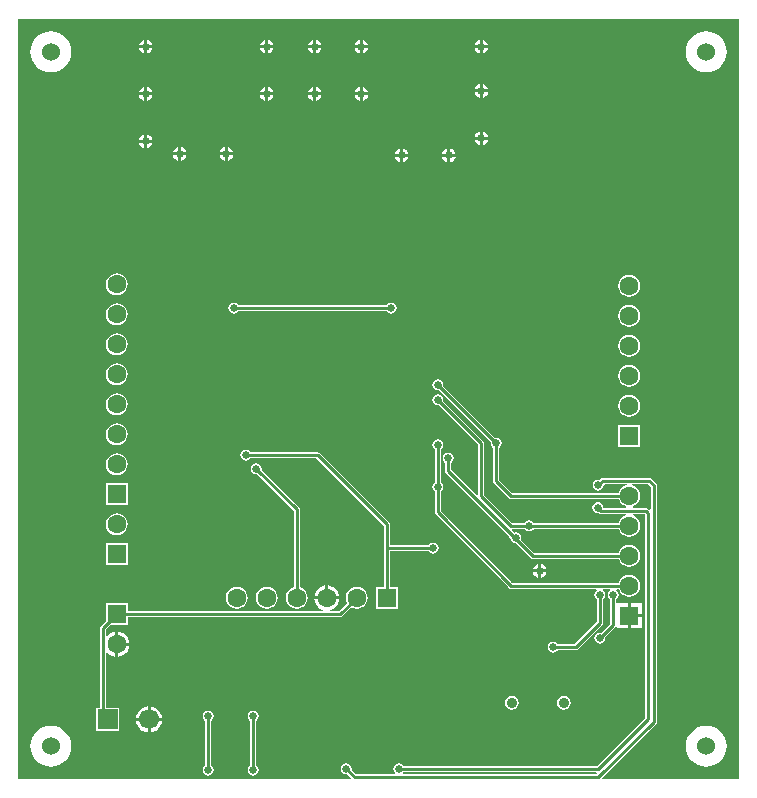
<source format=gbr>
%TF.GenerationSoftware,Altium Limited,Altium NEXUS,2.1.6 (59)*%
G04 Layer_Physical_Order=2*
G04 Layer_Color=16711680*
%FSLAX45Y45*%
%MOMM*%
%TF.FileFunction,Copper,L2,Bot,Signal*%
%TF.Part,Single*%
G01*
G75*
%TA.AperFunction,Conductor*%
%ADD11C,0.25400*%
%TA.AperFunction,ViaPad*%
%ADD26C,0.65000*%
%TA.AperFunction,WasherPad*%
%ADD27C,1.52400*%
%TA.AperFunction,ComponentPad*%
%ADD28C,0.90000*%
%ADD29R,1.60000X1.60000*%
%ADD30C,1.60000*%
%ADD31R,1.70000X1.70000*%
%ADD32C,1.70000*%
%ADD33R,1.60000X1.60000*%
G36*
X7924302Y5183573D02*
Y4993204D01*
X7911602Y4987943D01*
X7902833Y4996712D01*
X7894432Y5002326D01*
X7884521Y5004298D01*
X7775040D01*
X7772514Y5016998D01*
X7790450Y5024427D01*
X7809814Y5039286D01*
X7824673Y5058650D01*
X7834014Y5081200D01*
X7837200Y5105400D01*
X7834014Y5129600D01*
X7824673Y5152150D01*
X7809814Y5171514D01*
X7790450Y5186373D01*
X7767900Y5195714D01*
X7765866Y5195981D01*
X7766699Y5208681D01*
X7899194D01*
X7924302Y5183573D01*
D02*
G37*
G36*
X7471117Y2755402D02*
X7466431Y2749298D01*
X5835538D01*
X5828742Y2761998D01*
X5829448Y2763293D01*
X5834214Y2768102D01*
X7464912D01*
X7471117Y2755402D01*
D02*
G37*
G36*
X8671257Y9141157D02*
Y2707943D01*
X7519303D01*
X7514443Y2719676D01*
X7968512Y3173746D01*
X7974126Y3182148D01*
X7976098Y3192058D01*
Y5194300D01*
X7974126Y5204211D01*
X7968512Y5212612D01*
X7928233Y5252891D01*
X7919832Y5258505D01*
X7909921Y5260477D01*
X7520579D01*
X7510668Y5258505D01*
X7502267Y5252891D01*
X7488191Y5238816D01*
X7480300Y5240386D01*
X7462664Y5236878D01*
X7447713Y5226887D01*
X7437722Y5211936D01*
X7434214Y5194300D01*
X7437722Y5176664D01*
X7447713Y5161713D01*
X7462664Y5151722D01*
X7480300Y5148214D01*
X7497936Y5151722D01*
X7512887Y5161713D01*
X7522878Y5176664D01*
X7526386Y5194300D01*
X7525579Y5198354D01*
X7534591Y5208681D01*
X7720701D01*
X7721534Y5195981D01*
X7719500Y5195714D01*
X7696950Y5186373D01*
X7677586Y5171514D01*
X7662727Y5152150D01*
X7654090Y5131298D01*
X6754427D01*
X6642598Y5243127D01*
Y5512843D01*
X6649287Y5517313D01*
X6659278Y5532264D01*
X6662786Y5549900D01*
X6659278Y5567536D01*
X6649287Y5582487D01*
X6634336Y5592478D01*
X6616700Y5595986D01*
X6608809Y5594416D01*
X6165916Y6037309D01*
X6167486Y6045200D01*
X6163978Y6062836D01*
X6153987Y6077787D01*
X6139036Y6087778D01*
X6121400Y6091286D01*
X6103764Y6087778D01*
X6088813Y6077787D01*
X6078822Y6062836D01*
X6075314Y6045200D01*
X6078822Y6027564D01*
X6088813Y6012613D01*
X6103764Y6002622D01*
X6121400Y5999114D01*
X6129291Y6000684D01*
X6572184Y5557791D01*
X6570614Y5549900D01*
X6574122Y5532264D01*
X6584113Y5517313D01*
X6590802Y5512843D01*
Y5232400D01*
X6592774Y5222489D01*
X6598388Y5214088D01*
X6725388Y5087088D01*
X6733789Y5081474D01*
X6743700Y5079502D01*
X7654090D01*
X7662727Y5058650D01*
X7677586Y5039286D01*
X7696950Y5024427D01*
X7714886Y5016998D01*
X7712360Y5004298D01*
X7525511D01*
X7523786Y5006400D01*
X7520278Y5024036D01*
X7510287Y5038988D01*
X7495336Y5048978D01*
X7477700Y5052486D01*
X7460064Y5048978D01*
X7445113Y5038988D01*
X7435123Y5024036D01*
X7431615Y5006400D01*
X7435123Y4988764D01*
X7445113Y4973813D01*
X7460064Y4963823D01*
X7477700Y4960315D01*
X7485591Y4961884D01*
X7487388Y4960088D01*
X7495790Y4954474D01*
X7505700Y4952502D01*
X7712360D01*
X7714886Y4939802D01*
X7696950Y4932373D01*
X7677586Y4917514D01*
X7662727Y4898150D01*
X7654090Y4877298D01*
X6933157D01*
X6928687Y4883987D01*
X6913736Y4893978D01*
X6896100Y4897486D01*
X6878464Y4893978D01*
X6863513Y4883987D01*
X6859043Y4877298D01*
X6754427D01*
X6515598Y5116127D01*
Y5549900D01*
X6513626Y5559811D01*
X6508012Y5568212D01*
X6165916Y5910309D01*
X6167486Y5918200D01*
X6163978Y5935836D01*
X6153987Y5950787D01*
X6139036Y5960778D01*
X6121400Y5964286D01*
X6103764Y5960778D01*
X6088813Y5950787D01*
X6078822Y5935836D01*
X6075314Y5918200D01*
X6078822Y5900564D01*
X6088813Y5885613D01*
X6103764Y5875622D01*
X6121400Y5872114D01*
X6129291Y5873684D01*
X6463802Y5539173D01*
Y5114041D01*
X6451102Y5108780D01*
X6236198Y5323685D01*
Y5385843D01*
X6242887Y5390313D01*
X6252878Y5405264D01*
X6256386Y5422900D01*
X6252878Y5440536D01*
X6242887Y5455487D01*
X6227936Y5465478D01*
X6210300Y5468986D01*
X6192664Y5465478D01*
X6177713Y5455487D01*
X6167722Y5440536D01*
X6164214Y5422900D01*
X6167722Y5405264D01*
X6177713Y5390313D01*
X6184402Y5385843D01*
Y5312958D01*
X6186374Y5303048D01*
X6191988Y5294646D01*
X6735900Y4750733D01*
X6735714Y4749800D01*
X6739222Y4732164D01*
X6749213Y4717213D01*
X6764164Y4707222D01*
X6781800Y4703714D01*
X6782733Y4703900D01*
X6907546Y4579088D01*
X6915948Y4573474D01*
X6925858Y4571502D01*
X7654090D01*
X7662727Y4550650D01*
X7677586Y4531286D01*
X7696950Y4516427D01*
X7719500Y4507086D01*
X7743700Y4503900D01*
X7767900Y4507086D01*
X7790450Y4516427D01*
X7809814Y4531286D01*
X7824673Y4550650D01*
X7834014Y4573200D01*
X7837200Y4597400D01*
X7834014Y4621600D01*
X7824673Y4644150D01*
X7809814Y4663514D01*
X7790450Y4678373D01*
X7767900Y4687714D01*
X7743700Y4690900D01*
X7719500Y4687714D01*
X7696950Y4678373D01*
X7677586Y4663514D01*
X7662727Y4644150D01*
X7654090Y4623298D01*
X6936585D01*
X6824932Y4734951D01*
X6827886Y4749800D01*
X6824378Y4767436D01*
X6814387Y4782387D01*
X6799436Y4792378D01*
X6781800Y4795886D01*
X6766951Y4792932D01*
X6747080Y4812802D01*
X6752341Y4825502D01*
X6859043D01*
X6863513Y4818813D01*
X6878464Y4808822D01*
X6896100Y4805314D01*
X6913736Y4808822D01*
X6928687Y4818813D01*
X6933157Y4825502D01*
X7654090D01*
X7662727Y4804650D01*
X7677586Y4785286D01*
X7696950Y4770427D01*
X7719500Y4761086D01*
X7743700Y4757900D01*
X7767900Y4761086D01*
X7790450Y4770427D01*
X7809814Y4785286D01*
X7824673Y4804650D01*
X7834014Y4827200D01*
X7837200Y4851400D01*
X7834014Y4875600D01*
X7824673Y4898150D01*
X7809814Y4917514D01*
X7790450Y4932373D01*
X7772514Y4939802D01*
X7775040Y4952502D01*
X7873502D01*
Y3223827D01*
X7469573Y2819898D01*
X5828257D01*
X5823787Y2826587D01*
X5808836Y2836578D01*
X5791200Y2840086D01*
X5773564Y2836578D01*
X5758613Y2826587D01*
X5748622Y2811636D01*
X5745114Y2794000D01*
X5748622Y2776364D01*
X5758222Y2761998D01*
X5757540Y2758665D01*
X5753884Y2749298D01*
X5428027D01*
X5391216Y2786109D01*
X5392786Y2794000D01*
X5389278Y2811636D01*
X5379287Y2826587D01*
X5364336Y2836578D01*
X5346700Y2840086D01*
X5329064Y2836578D01*
X5314113Y2826587D01*
X5304122Y2811636D01*
X5300614Y2794000D01*
X5304122Y2776364D01*
X5314113Y2761413D01*
X5329064Y2751422D01*
X5346700Y2747914D01*
X5354591Y2749484D01*
X5384399Y2719676D01*
X5379539Y2707943D01*
X2568243D01*
Y9141157D01*
X8671257Y9141157D01*
D02*
G37*
%LPC*%
G36*
X6502400Y8965508D02*
Y8921700D01*
X6546208D01*
X6544241Y8931591D01*
X6531444Y8950744D01*
X6512292Y8963541D01*
X6502400Y8965508D01*
D02*
G37*
G36*
X6477000D02*
X6467108Y8963541D01*
X6447956Y8950744D01*
X6435159Y8931591D01*
X6433192Y8921700D01*
X6477000D01*
Y8965508D01*
D02*
G37*
G36*
X5486400D02*
Y8921700D01*
X5530208D01*
X5528241Y8931591D01*
X5515444Y8950744D01*
X5496292Y8963541D01*
X5486400Y8965508D01*
D02*
G37*
G36*
X5461000D02*
X5451108Y8963541D01*
X5431956Y8950744D01*
X5419159Y8931591D01*
X5417192Y8921700D01*
X5461000D01*
Y8965508D01*
D02*
G37*
G36*
X5092700D02*
Y8921700D01*
X5136508D01*
X5134541Y8931591D01*
X5121744Y8950744D01*
X5102592Y8963541D01*
X5092700Y8965508D01*
D02*
G37*
G36*
X5067300D02*
X5057408Y8963541D01*
X5038256Y8950744D01*
X5025459Y8931591D01*
X5023492Y8921700D01*
X5067300D01*
Y8965508D01*
D02*
G37*
G36*
X4686300D02*
Y8921700D01*
X4730108D01*
X4728141Y8931591D01*
X4715344Y8950744D01*
X4696192Y8963541D01*
X4686300Y8965508D01*
D02*
G37*
G36*
X4660900D02*
X4651008Y8963541D01*
X4631856Y8950744D01*
X4619059Y8931591D01*
X4617092Y8921700D01*
X4660900D01*
Y8965508D01*
D02*
G37*
G36*
X3662400D02*
Y8921700D01*
X3706208D01*
X3704241Y8931591D01*
X3691444Y8950744D01*
X3672292Y8963541D01*
X3662400Y8965508D01*
D02*
G37*
G36*
X3637000D02*
X3627109Y8963541D01*
X3607956Y8950744D01*
X3595159Y8931591D01*
X3593192Y8921700D01*
X3637000D01*
Y8965508D01*
D02*
G37*
G36*
X6546208Y8896300D02*
X6502400D01*
Y8852492D01*
X6512292Y8854459D01*
X6531444Y8867256D01*
X6544241Y8886408D01*
X6546208Y8896300D01*
D02*
G37*
G36*
X6477000D02*
X6433192D01*
X6435159Y8886408D01*
X6447956Y8867256D01*
X6467108Y8854459D01*
X6477000Y8852492D01*
Y8896300D01*
D02*
G37*
G36*
X5530208D02*
X5486400D01*
Y8852492D01*
X5496292Y8854459D01*
X5515444Y8867256D01*
X5528241Y8886408D01*
X5530208Y8896300D01*
D02*
G37*
G36*
X5461000D02*
X5417192D01*
X5419159Y8886408D01*
X5431956Y8867256D01*
X5451108Y8854459D01*
X5461000Y8852492D01*
Y8896300D01*
D02*
G37*
G36*
X5136508D02*
X5092700D01*
Y8852492D01*
X5102592Y8854459D01*
X5121744Y8867256D01*
X5134541Y8886408D01*
X5136508Y8896300D01*
D02*
G37*
G36*
X5067300D02*
X5023492D01*
X5025459Y8886408D01*
X5038256Y8867256D01*
X5057408Y8854459D01*
X5067300Y8852492D01*
Y8896300D01*
D02*
G37*
G36*
X4730108D02*
X4686300D01*
Y8852492D01*
X4696192Y8854459D01*
X4715344Y8867256D01*
X4728141Y8886408D01*
X4730108Y8896300D01*
D02*
G37*
G36*
X4660900D02*
X4617092D01*
X4619059Y8886408D01*
X4631856Y8867256D01*
X4651008Y8854459D01*
X4660900Y8852492D01*
Y8896300D01*
D02*
G37*
G36*
X3706208D02*
X3662400D01*
Y8852492D01*
X3672292Y8854459D01*
X3691444Y8867256D01*
X3704241Y8886408D01*
X3706208Y8896300D01*
D02*
G37*
G36*
X3637000D02*
X3593192D01*
X3595159Y8886408D01*
X3607956Y8867256D01*
X3627109Y8854459D01*
X3637000Y8852492D01*
Y8896300D01*
D02*
G37*
G36*
X8394700Y9038136D02*
X8360845Y9034801D01*
X8328291Y9024926D01*
X8298289Y9008890D01*
X8271992Y8987308D01*
X8250410Y8961011D01*
X8234374Y8931009D01*
X8224499Y8898455D01*
X8221164Y8864600D01*
X8224499Y8830745D01*
X8234374Y8798191D01*
X8250410Y8768189D01*
X8271992Y8741892D01*
X8298289Y8720310D01*
X8328291Y8704274D01*
X8360845Y8694399D01*
X8394700Y8691064D01*
X8428555Y8694399D01*
X8461109Y8704274D01*
X8491111Y8720310D01*
X8517408Y8741892D01*
X8538990Y8768189D01*
X8555026Y8798191D01*
X8564901Y8830745D01*
X8568236Y8864600D01*
X8564901Y8898455D01*
X8555026Y8931009D01*
X8538990Y8961011D01*
X8517408Y8987308D01*
X8491111Y9008890D01*
X8461109Y9024926D01*
X8428555Y9034801D01*
X8394700Y9038136D01*
D02*
G37*
G36*
X2844800D02*
X2810945Y9034801D01*
X2778391Y9024926D01*
X2748389Y9008890D01*
X2722092Y8987308D01*
X2700510Y8961011D01*
X2684474Y8931009D01*
X2674599Y8898455D01*
X2671264Y8864600D01*
X2674599Y8830745D01*
X2684474Y8798191D01*
X2700510Y8768189D01*
X2722092Y8741892D01*
X2748389Y8720310D01*
X2778391Y8704274D01*
X2810945Y8694399D01*
X2844800Y8691064D01*
X2878655Y8694399D01*
X2911209Y8704274D01*
X2941211Y8720310D01*
X2967508Y8741892D01*
X2989090Y8768189D01*
X3005126Y8798191D01*
X3015001Y8830745D01*
X3018336Y8864600D01*
X3015001Y8898455D01*
X3005126Y8931009D01*
X2989090Y8961011D01*
X2967508Y8987308D01*
X2941211Y9008890D01*
X2911209Y9024926D01*
X2878655Y9034801D01*
X2844800Y9038136D01*
D02*
G37*
G36*
X6502400Y8590908D02*
Y8547100D01*
X6546208D01*
X6544241Y8556992D01*
X6531444Y8576144D01*
X6512292Y8588941D01*
X6502400Y8590908D01*
D02*
G37*
G36*
X6477000D02*
X6467108Y8588941D01*
X6447956Y8576144D01*
X6435159Y8556992D01*
X6433192Y8547100D01*
X6477000D01*
Y8590908D01*
D02*
G37*
G36*
X5486400Y8565508D02*
Y8521700D01*
X5530208D01*
X5528241Y8531592D01*
X5515444Y8550744D01*
X5496292Y8563541D01*
X5486400Y8565508D01*
D02*
G37*
G36*
X5461000D02*
X5451108Y8563541D01*
X5431956Y8550744D01*
X5419159Y8531592D01*
X5417192Y8521700D01*
X5461000D01*
Y8565508D01*
D02*
G37*
G36*
X5092700D02*
Y8521700D01*
X5136508D01*
X5134541Y8531592D01*
X5121744Y8550744D01*
X5102592Y8563541D01*
X5092700Y8565508D01*
D02*
G37*
G36*
X5067300D02*
X5057408Y8563541D01*
X5038256Y8550744D01*
X5025459Y8531592D01*
X5023492Y8521700D01*
X5067300D01*
Y8565508D01*
D02*
G37*
G36*
X4686300D02*
Y8521700D01*
X4730108D01*
X4728141Y8531592D01*
X4715344Y8550744D01*
X4696192Y8563541D01*
X4686300Y8565508D01*
D02*
G37*
G36*
X4660900D02*
X4651008Y8563541D01*
X4631856Y8550744D01*
X4619059Y8531592D01*
X4617092Y8521700D01*
X4660900D01*
Y8565508D01*
D02*
G37*
G36*
X3662400D02*
Y8521700D01*
X3706208D01*
X3704241Y8531592D01*
X3691444Y8550744D01*
X3672292Y8563541D01*
X3662400Y8565508D01*
D02*
G37*
G36*
X3637000D02*
X3627109Y8563541D01*
X3607956Y8550744D01*
X3595159Y8531592D01*
X3593192Y8521700D01*
X3637000D01*
Y8565508D01*
D02*
G37*
G36*
X6546208Y8521700D02*
X6502400D01*
Y8477892D01*
X6512292Y8479859D01*
X6531444Y8492656D01*
X6544241Y8511808D01*
X6546208Y8521700D01*
D02*
G37*
G36*
X6477000D02*
X6433192D01*
X6435159Y8511808D01*
X6447956Y8492656D01*
X6467108Y8479859D01*
X6477000Y8477892D01*
Y8521700D01*
D02*
G37*
G36*
X5530208Y8496300D02*
X5486400D01*
Y8452492D01*
X5496292Y8454459D01*
X5515444Y8467256D01*
X5528241Y8486408D01*
X5530208Y8496300D01*
D02*
G37*
G36*
X5461000D02*
X5417192D01*
X5419159Y8486408D01*
X5431956Y8467256D01*
X5451108Y8454459D01*
X5461000Y8452492D01*
Y8496300D01*
D02*
G37*
G36*
X5136508D02*
X5092700D01*
Y8452492D01*
X5102592Y8454459D01*
X5121744Y8467256D01*
X5134541Y8486408D01*
X5136508Y8496300D01*
D02*
G37*
G36*
X5067300D02*
X5023492D01*
X5025459Y8486408D01*
X5038256Y8467256D01*
X5057408Y8454459D01*
X5067300Y8452492D01*
Y8496300D01*
D02*
G37*
G36*
X4730108D02*
X4686300D01*
Y8452492D01*
X4696192Y8454459D01*
X4715344Y8467256D01*
X4728141Y8486408D01*
X4730108Y8496300D01*
D02*
G37*
G36*
X4660900D02*
X4617092D01*
X4619059Y8486408D01*
X4631856Y8467256D01*
X4651008Y8454459D01*
X4660900Y8452492D01*
Y8496300D01*
D02*
G37*
G36*
X3706208D02*
X3662400D01*
Y8452492D01*
X3672292Y8454459D01*
X3691444Y8467256D01*
X3704241Y8486408D01*
X3706208Y8496300D01*
D02*
G37*
G36*
X3637000D02*
X3593192D01*
X3595159Y8486408D01*
X3607956Y8467256D01*
X3627109Y8454459D01*
X3637000Y8452492D01*
Y8496300D01*
D02*
G37*
G36*
X6502400Y8190908D02*
Y8147100D01*
X6546208D01*
X6544241Y8156992D01*
X6531444Y8176144D01*
X6512292Y8188941D01*
X6502400Y8190908D01*
D02*
G37*
G36*
X6477000D02*
X6467108Y8188941D01*
X6447956Y8176144D01*
X6435159Y8156992D01*
X6433192Y8147100D01*
X6477000D01*
Y8190908D01*
D02*
G37*
G36*
X3662400Y8165508D02*
Y8121700D01*
X3706208D01*
X3704241Y8131592D01*
X3691444Y8150744D01*
X3672292Y8163541D01*
X3662400Y8165508D01*
D02*
G37*
G36*
X3637000D02*
X3627109Y8163541D01*
X3607956Y8150744D01*
X3595159Y8131592D01*
X3593192Y8121700D01*
X3637000D01*
Y8165508D01*
D02*
G37*
G36*
X6546208Y8121700D02*
X6502400D01*
Y8077892D01*
X6512292Y8079859D01*
X6531444Y8092656D01*
X6544241Y8111809D01*
X6546208Y8121700D01*
D02*
G37*
G36*
X6477000D02*
X6433192D01*
X6435159Y8111809D01*
X6447956Y8092656D01*
X6467108Y8079859D01*
X6477000Y8077892D01*
Y8121700D01*
D02*
G37*
G36*
X3706208Y8096300D02*
X3662400D01*
Y8052492D01*
X3672292Y8054459D01*
X3691444Y8067256D01*
X3704241Y8086409D01*
X3706208Y8096300D01*
D02*
G37*
G36*
X3637000D02*
X3593192D01*
X3595159Y8086409D01*
X3607956Y8067256D01*
X3627109Y8054459D01*
X3637000Y8052492D01*
Y8096300D01*
D02*
G37*
G36*
X4343400Y8057508D02*
Y8013700D01*
X4387208D01*
X4385241Y8023592D01*
X4372444Y8042744D01*
X4353292Y8055541D01*
X4343400Y8057508D01*
D02*
G37*
G36*
X4318000D02*
X4308108Y8055541D01*
X4288956Y8042744D01*
X4276159Y8023592D01*
X4274192Y8013700D01*
X4318000D01*
Y8057508D01*
D02*
G37*
G36*
X3949700D02*
Y8013700D01*
X3993508D01*
X3991541Y8023592D01*
X3978744Y8042744D01*
X3959592Y8055541D01*
X3949700Y8057508D01*
D02*
G37*
G36*
X3924300D02*
X3914408Y8055541D01*
X3895256Y8042744D01*
X3882459Y8023592D01*
X3880492Y8013700D01*
X3924300D01*
Y8057508D01*
D02*
G37*
G36*
X6229300Y8044808D02*
Y8001000D01*
X6273108D01*
X6271141Y8010892D01*
X6258344Y8030044D01*
X6239191Y8042841D01*
X6229300Y8044808D01*
D02*
G37*
G36*
X6203900D02*
X6194008Y8042841D01*
X6174856Y8030044D01*
X6162059Y8010892D01*
X6160092Y8001000D01*
X6203900D01*
Y8044808D01*
D02*
G37*
G36*
X5829300D02*
Y8001000D01*
X5873108D01*
X5871141Y8010892D01*
X5858344Y8030044D01*
X5839192Y8042841D01*
X5829300Y8044808D01*
D02*
G37*
G36*
X5803900D02*
X5794008Y8042841D01*
X5774856Y8030044D01*
X5762059Y8010892D01*
X5760092Y8001000D01*
X5803900D01*
Y8044808D01*
D02*
G37*
G36*
X4387208Y7988300D02*
X4343400D01*
Y7944492D01*
X4353292Y7946459D01*
X4372444Y7959256D01*
X4385241Y7978408D01*
X4387208Y7988300D01*
D02*
G37*
G36*
X4318000D02*
X4274192D01*
X4276159Y7978408D01*
X4288956Y7959256D01*
X4308108Y7946459D01*
X4318000Y7944492D01*
Y7988300D01*
D02*
G37*
G36*
X3993508D02*
X3949700D01*
Y7944492D01*
X3959592Y7946459D01*
X3978744Y7959256D01*
X3991541Y7978408D01*
X3993508Y7988300D01*
D02*
G37*
G36*
X3924300D02*
X3880492D01*
X3882459Y7978408D01*
X3895256Y7959256D01*
X3914408Y7946459D01*
X3924300Y7944492D01*
Y7988300D01*
D02*
G37*
G36*
X6273108Y7975600D02*
X6229300D01*
Y7931792D01*
X6239191Y7933759D01*
X6258344Y7946556D01*
X6271141Y7965708D01*
X6273108Y7975600D01*
D02*
G37*
G36*
X6203900D02*
X6160092D01*
X6162059Y7965708D01*
X6174856Y7946556D01*
X6194008Y7933759D01*
X6203900Y7931792D01*
Y7975600D01*
D02*
G37*
G36*
X5873108D02*
X5829300D01*
Y7931792D01*
X5839192Y7933759D01*
X5858344Y7946556D01*
X5871141Y7965708D01*
X5873108Y7975600D01*
D02*
G37*
G36*
X5803900D02*
X5760092D01*
X5762059Y7965708D01*
X5774856Y7946556D01*
X5794008Y7933759D01*
X5803900Y7931792D01*
Y7975600D01*
D02*
G37*
G36*
X3403600Y6989600D02*
X3379400Y6986414D01*
X3356850Y6977073D01*
X3337486Y6962214D01*
X3322627Y6942850D01*
X3313286Y6920300D01*
X3310100Y6896100D01*
X3313286Y6871900D01*
X3322627Y6849350D01*
X3337486Y6829986D01*
X3356850Y6815127D01*
X3379400Y6805786D01*
X3403600Y6802600D01*
X3427800Y6805786D01*
X3450350Y6815127D01*
X3469714Y6829986D01*
X3484573Y6849350D01*
X3493914Y6871900D01*
X3497100Y6896100D01*
X3493914Y6920300D01*
X3484573Y6942850D01*
X3469714Y6962214D01*
X3450350Y6977073D01*
X3427800Y6986414D01*
X3403600Y6989600D01*
D02*
G37*
G36*
X7743700Y6976900D02*
X7719500Y6973714D01*
X7696950Y6964373D01*
X7677586Y6949514D01*
X7662727Y6930150D01*
X7653386Y6907600D01*
X7650200Y6883400D01*
X7653386Y6859200D01*
X7662727Y6836650D01*
X7677586Y6817286D01*
X7696950Y6802427D01*
X7719500Y6793086D01*
X7743700Y6789900D01*
X7767900Y6793086D01*
X7790450Y6802427D01*
X7809814Y6817286D01*
X7824673Y6836650D01*
X7834014Y6859200D01*
X7837200Y6883400D01*
X7834014Y6907600D01*
X7824673Y6930150D01*
X7809814Y6949514D01*
X7790450Y6964373D01*
X7767900Y6973714D01*
X7743700Y6976900D01*
D02*
G37*
G36*
X5727700Y6738986D02*
X5710064Y6735478D01*
X5695113Y6725487D01*
X5690643Y6718798D01*
X4431257D01*
X4426787Y6725487D01*
X4411836Y6735478D01*
X4394200Y6738986D01*
X4376564Y6735478D01*
X4361613Y6725487D01*
X4351622Y6710536D01*
X4348114Y6692900D01*
X4351622Y6675264D01*
X4361613Y6660313D01*
X4376564Y6650322D01*
X4394200Y6646814D01*
X4411836Y6650322D01*
X4426787Y6660313D01*
X4431257Y6667002D01*
X5690643D01*
X5695113Y6660313D01*
X5710064Y6650322D01*
X5727700Y6646814D01*
X5745336Y6650322D01*
X5760287Y6660313D01*
X5770278Y6675264D01*
X5773786Y6692900D01*
X5770278Y6710536D01*
X5760287Y6725487D01*
X5745336Y6735478D01*
X5727700Y6738986D01*
D02*
G37*
G36*
X3403600Y6735600D02*
X3379400Y6732414D01*
X3356850Y6723073D01*
X3337486Y6708214D01*
X3322627Y6688850D01*
X3313286Y6666300D01*
X3310100Y6642100D01*
X3313286Y6617900D01*
X3322627Y6595350D01*
X3337486Y6575986D01*
X3356850Y6561127D01*
X3379400Y6551786D01*
X3403600Y6548600D01*
X3427800Y6551786D01*
X3450350Y6561127D01*
X3469714Y6575986D01*
X3484573Y6595350D01*
X3493914Y6617900D01*
X3497100Y6642100D01*
X3493914Y6666300D01*
X3484573Y6688850D01*
X3469714Y6708214D01*
X3450350Y6723073D01*
X3427800Y6732414D01*
X3403600Y6735600D01*
D02*
G37*
G36*
X7743700Y6722900D02*
X7719500Y6719714D01*
X7696950Y6710373D01*
X7677586Y6695514D01*
X7662727Y6676150D01*
X7653386Y6653600D01*
X7650200Y6629400D01*
X7653386Y6605200D01*
X7662727Y6582650D01*
X7677586Y6563286D01*
X7696950Y6548427D01*
X7719500Y6539086D01*
X7743700Y6535900D01*
X7767900Y6539086D01*
X7790450Y6548427D01*
X7809814Y6563286D01*
X7824673Y6582650D01*
X7834014Y6605200D01*
X7837200Y6629400D01*
X7834014Y6653600D01*
X7824673Y6676150D01*
X7809814Y6695514D01*
X7790450Y6710373D01*
X7767900Y6719714D01*
X7743700Y6722900D01*
D02*
G37*
G36*
X3403600Y6481600D02*
X3379400Y6478414D01*
X3356850Y6469073D01*
X3337486Y6454214D01*
X3322627Y6434850D01*
X3313286Y6412300D01*
X3310100Y6388100D01*
X3313286Y6363900D01*
X3322627Y6341350D01*
X3337486Y6321986D01*
X3356850Y6307127D01*
X3379400Y6297786D01*
X3403600Y6294600D01*
X3427800Y6297786D01*
X3450350Y6307127D01*
X3469714Y6321986D01*
X3484573Y6341350D01*
X3493914Y6363900D01*
X3497100Y6388100D01*
X3493914Y6412300D01*
X3484573Y6434850D01*
X3469714Y6454214D01*
X3450350Y6469073D01*
X3427800Y6478414D01*
X3403600Y6481600D01*
D02*
G37*
G36*
X7743700Y6468900D02*
X7719500Y6465714D01*
X7696950Y6456373D01*
X7677586Y6441514D01*
X7662727Y6422150D01*
X7653386Y6399600D01*
X7650200Y6375400D01*
X7653386Y6351200D01*
X7662727Y6328650D01*
X7677586Y6309286D01*
X7696950Y6294427D01*
X7719500Y6285086D01*
X7743700Y6281900D01*
X7767900Y6285086D01*
X7790450Y6294427D01*
X7809814Y6309286D01*
X7824673Y6328650D01*
X7834014Y6351200D01*
X7837200Y6375400D01*
X7834014Y6399600D01*
X7824673Y6422150D01*
X7809814Y6441514D01*
X7790450Y6456373D01*
X7767900Y6465714D01*
X7743700Y6468900D01*
D02*
G37*
G36*
X3403600Y6227600D02*
X3379400Y6224414D01*
X3356850Y6215073D01*
X3337486Y6200214D01*
X3322627Y6180850D01*
X3313286Y6158300D01*
X3310100Y6134100D01*
X3313286Y6109900D01*
X3322627Y6087350D01*
X3337486Y6067986D01*
X3356850Y6053127D01*
X3379400Y6043786D01*
X3403600Y6040600D01*
X3427800Y6043786D01*
X3450350Y6053127D01*
X3469714Y6067986D01*
X3484573Y6087350D01*
X3493914Y6109900D01*
X3497100Y6134100D01*
X3493914Y6158300D01*
X3484573Y6180850D01*
X3469714Y6200214D01*
X3450350Y6215073D01*
X3427800Y6224414D01*
X3403600Y6227600D01*
D02*
G37*
G36*
X7743700Y6214900D02*
X7719500Y6211714D01*
X7696950Y6202373D01*
X7677586Y6187514D01*
X7662727Y6168150D01*
X7653386Y6145600D01*
X7650200Y6121400D01*
X7653386Y6097200D01*
X7662727Y6074650D01*
X7677586Y6055286D01*
X7696950Y6040427D01*
X7719500Y6031086D01*
X7743700Y6027900D01*
X7767900Y6031086D01*
X7790450Y6040427D01*
X7809814Y6055286D01*
X7824673Y6074650D01*
X7834014Y6097200D01*
X7837200Y6121400D01*
X7834014Y6145600D01*
X7824673Y6168150D01*
X7809814Y6187514D01*
X7790450Y6202373D01*
X7767900Y6211714D01*
X7743700Y6214900D01*
D02*
G37*
G36*
X3403600Y5973600D02*
X3379400Y5970414D01*
X3356850Y5961073D01*
X3337486Y5946214D01*
X3322627Y5926850D01*
X3313286Y5904300D01*
X3310100Y5880100D01*
X3313286Y5855900D01*
X3322627Y5833350D01*
X3337486Y5813986D01*
X3356850Y5799127D01*
X3379400Y5789786D01*
X3403600Y5786600D01*
X3427800Y5789786D01*
X3450350Y5799127D01*
X3469714Y5813986D01*
X3484573Y5833350D01*
X3493914Y5855900D01*
X3497100Y5880100D01*
X3493914Y5904300D01*
X3484573Y5926850D01*
X3469714Y5946214D01*
X3450350Y5961073D01*
X3427800Y5970414D01*
X3403600Y5973600D01*
D02*
G37*
G36*
X7743700Y5960900D02*
X7719500Y5957714D01*
X7696950Y5948373D01*
X7677586Y5933514D01*
X7662727Y5914150D01*
X7653386Y5891600D01*
X7650200Y5867400D01*
X7653386Y5843200D01*
X7662727Y5820650D01*
X7677586Y5801286D01*
X7696950Y5786427D01*
X7719500Y5777086D01*
X7743700Y5773900D01*
X7767900Y5777086D01*
X7790450Y5786427D01*
X7809814Y5801286D01*
X7824673Y5820650D01*
X7834014Y5843200D01*
X7837200Y5867400D01*
X7834014Y5891600D01*
X7824673Y5914150D01*
X7809814Y5933514D01*
X7790450Y5948373D01*
X7767900Y5957714D01*
X7743700Y5960900D01*
D02*
G37*
G36*
X3403600Y5719600D02*
X3379400Y5716414D01*
X3356850Y5707073D01*
X3337486Y5692214D01*
X3322627Y5672850D01*
X3313286Y5650300D01*
X3310100Y5626100D01*
X3313286Y5601900D01*
X3322627Y5579350D01*
X3337486Y5559986D01*
X3356850Y5545127D01*
X3379400Y5535786D01*
X3403600Y5532600D01*
X3427800Y5535786D01*
X3450350Y5545127D01*
X3469714Y5559986D01*
X3484573Y5579350D01*
X3493914Y5601900D01*
X3497100Y5626100D01*
X3493914Y5650300D01*
X3484573Y5672850D01*
X3469714Y5692214D01*
X3450350Y5707073D01*
X3427800Y5716414D01*
X3403600Y5719600D01*
D02*
G37*
G36*
X7836400Y5706100D02*
X7651000D01*
Y5520700D01*
X7836400D01*
Y5706100D01*
D02*
G37*
G36*
X3403600Y5465600D02*
X3379400Y5462414D01*
X3356850Y5453073D01*
X3337486Y5438214D01*
X3322627Y5418850D01*
X3313286Y5396300D01*
X3310100Y5372100D01*
X3313286Y5347900D01*
X3322627Y5325350D01*
X3337486Y5305986D01*
X3356850Y5291127D01*
X3379400Y5281786D01*
X3403600Y5278600D01*
X3427800Y5281786D01*
X3450350Y5291127D01*
X3469714Y5305986D01*
X3484573Y5325350D01*
X3493914Y5347900D01*
X3497100Y5372100D01*
X3493914Y5396300D01*
X3484573Y5418850D01*
X3469714Y5438214D01*
X3450350Y5453073D01*
X3427800Y5462414D01*
X3403600Y5465600D01*
D02*
G37*
G36*
X3496300Y5210800D02*
X3310900D01*
Y5025400D01*
X3496300D01*
Y5210800D01*
D02*
G37*
G36*
X3403600Y4957600D02*
X3379400Y4954414D01*
X3356850Y4945073D01*
X3337486Y4930214D01*
X3322627Y4910850D01*
X3313286Y4888300D01*
X3310100Y4864100D01*
X3313286Y4839900D01*
X3322627Y4817350D01*
X3337486Y4797986D01*
X3356850Y4783127D01*
X3379400Y4773786D01*
X3403600Y4770600D01*
X3427800Y4773786D01*
X3450350Y4783127D01*
X3469714Y4797986D01*
X3484573Y4817350D01*
X3493914Y4839900D01*
X3497100Y4864100D01*
X3493914Y4888300D01*
X3484573Y4910850D01*
X3469714Y4930214D01*
X3450350Y4945073D01*
X3427800Y4954414D01*
X3403600Y4957600D01*
D02*
G37*
G36*
X4495800Y5494386D02*
X4478164Y5490878D01*
X4463213Y5480887D01*
X4453222Y5465936D01*
X4449714Y5448300D01*
X4453222Y5430664D01*
X4463213Y5415713D01*
X4478164Y5405722D01*
X4495800Y5402214D01*
X4513436Y5405722D01*
X4528387Y5415713D01*
X4532857Y5422402D01*
X5094673D01*
X5663702Y4853373D01*
Y4648200D01*
Y4334500D01*
X5596900D01*
Y4149100D01*
X5782300D01*
Y4334500D01*
X5715498D01*
Y4635002D01*
X6046243D01*
X6050713Y4628313D01*
X6065664Y4618322D01*
X6083300Y4614814D01*
X6100936Y4618322D01*
X6115887Y4628313D01*
X6125878Y4643264D01*
X6129386Y4660900D01*
X6125878Y4678536D01*
X6115887Y4693487D01*
X6100936Y4703478D01*
X6083300Y4706986D01*
X6065664Y4703478D01*
X6050713Y4693487D01*
X6046243Y4686798D01*
X5715498D01*
Y4864100D01*
X5713526Y4874011D01*
X5707912Y4882412D01*
X5123712Y5466612D01*
X5115311Y5472226D01*
X5105400Y5474198D01*
X4532857D01*
X4528387Y5480887D01*
X4513436Y5490878D01*
X4495800Y5494386D01*
D02*
G37*
G36*
X3496300Y4702800D02*
X3310900D01*
Y4517400D01*
X3496300D01*
Y4702800D01*
D02*
G37*
G36*
X6997700Y4526908D02*
Y4483100D01*
X7041508D01*
X7039541Y4492992D01*
X7026744Y4512144D01*
X7007592Y4524941D01*
X6997700Y4526908D01*
D02*
G37*
G36*
X6972300D02*
X6962408Y4524941D01*
X6943256Y4512144D01*
X6930459Y4492992D01*
X6928492Y4483100D01*
X6972300D01*
Y4526908D01*
D02*
G37*
G36*
X7041508Y4457700D02*
X6997700D01*
Y4413892D01*
X7007592Y4415859D01*
X7026744Y4428656D01*
X7039541Y4447808D01*
X7041508Y4457700D01*
D02*
G37*
G36*
X6972300D02*
X6928492D01*
X6930459Y4447808D01*
X6943256Y4428656D01*
X6962408Y4415859D01*
X6972300Y4413892D01*
Y4457700D01*
D02*
G37*
G36*
X5194300Y4346438D02*
Y4254500D01*
X5286238D01*
X5284287Y4269315D01*
X5273667Y4294955D01*
X5256772Y4316972D01*
X5234755Y4333867D01*
X5209115Y4344487D01*
X5194300Y4346438D01*
D02*
G37*
G36*
X5168900D02*
X5154085Y4344487D01*
X5128445Y4333867D01*
X5106428Y4316972D01*
X5089533Y4294955D01*
X5078913Y4269315D01*
X5076962Y4254500D01*
X5168900D01*
Y4346438D01*
D02*
G37*
G36*
X6121400Y5583286D02*
X6103764Y5579778D01*
X6088813Y5569787D01*
X6078822Y5554836D01*
X6075314Y5537200D01*
X6078822Y5519564D01*
X6088813Y5504613D01*
X6095502Y5500143D01*
Y5218657D01*
X6088813Y5214187D01*
X6078822Y5199236D01*
X6075314Y5181600D01*
X6078822Y5163964D01*
X6088813Y5149013D01*
X6095502Y5144543D01*
Y4965700D01*
X6097474Y4955789D01*
X6103088Y4947388D01*
X6725388Y4325088D01*
X6733789Y4319474D01*
X6743700Y4317502D01*
X7464065D01*
X7467918Y4304802D01*
X7460413Y4299787D01*
X7450422Y4284836D01*
X7446914Y4267200D01*
X7450422Y4249564D01*
X7460413Y4234613D01*
X7467102Y4230143D01*
Y4036627D01*
X7279073Y3848598D01*
X7136357D01*
X7131887Y3855287D01*
X7116936Y3865278D01*
X7099300Y3868786D01*
X7081664Y3865278D01*
X7066713Y3855287D01*
X7056722Y3840336D01*
X7053214Y3822700D01*
X7056722Y3805064D01*
X7066713Y3790113D01*
X7081664Y3780122D01*
X7099300Y3776614D01*
X7116936Y3780122D01*
X7131887Y3790113D01*
X7136357Y3796802D01*
X7289800D01*
X7299711Y3798774D01*
X7308112Y3804388D01*
X7511312Y4007588D01*
X7516926Y4015989D01*
X7518898Y4025900D01*
Y4230143D01*
X7525587Y4234613D01*
X7535578Y4249564D01*
X7539086Y4267200D01*
X7535578Y4284836D01*
X7525587Y4299787D01*
X7518082Y4304802D01*
X7521935Y4317502D01*
X7578365D01*
X7582218Y4304802D01*
X7574713Y4299787D01*
X7564722Y4284836D01*
X7561214Y4267200D01*
X7564722Y4249564D01*
X7574713Y4234613D01*
X7581402Y4230143D01*
Y4023927D01*
X7500891Y3943416D01*
X7493000Y3944986D01*
X7475364Y3941478D01*
X7460413Y3931487D01*
X7450422Y3916536D01*
X7446914Y3898900D01*
X7450422Y3881264D01*
X7460413Y3866313D01*
X7475364Y3856322D01*
X7493000Y3852814D01*
X7510636Y3856322D01*
X7525587Y3866313D01*
X7535578Y3881264D01*
X7539086Y3898900D01*
X7537516Y3906791D01*
X7625600Y3994875D01*
X7625652Y3994875D01*
X7638300Y3991017D01*
Y3984000D01*
X7731000D01*
Y4089400D01*
Y4194800D01*
X7645898D01*
X7638300Y4194800D01*
X7633198Y4205386D01*
Y4230143D01*
X7639887Y4234613D01*
X7649878Y4249564D01*
X7653386Y4267200D01*
X7649878Y4284836D01*
X7639887Y4299787D01*
X7632382Y4304802D01*
X7636235Y4317502D01*
X7654090D01*
X7662727Y4296650D01*
X7677586Y4277286D01*
X7696950Y4262427D01*
X7719500Y4253086D01*
X7743700Y4249900D01*
X7767900Y4253086D01*
X7790450Y4262427D01*
X7809814Y4277286D01*
X7824673Y4296650D01*
X7834014Y4319200D01*
X7837200Y4343400D01*
X7834014Y4367600D01*
X7824673Y4390150D01*
X7809814Y4409514D01*
X7790450Y4424373D01*
X7767900Y4433714D01*
X7743700Y4436900D01*
X7719500Y4433714D01*
X7696950Y4424373D01*
X7677586Y4409514D01*
X7662727Y4390150D01*
X7654090Y4369298D01*
X6754427D01*
X6147298Y4976427D01*
Y5144543D01*
X6153987Y5149013D01*
X6163978Y5163964D01*
X6167486Y5181600D01*
X6163978Y5199236D01*
X6153987Y5214187D01*
X6147298Y5218657D01*
Y5500143D01*
X6153987Y5504613D01*
X6163978Y5519564D01*
X6167486Y5537200D01*
X6163978Y5554836D01*
X6153987Y5569787D01*
X6139036Y5579778D01*
X6121400Y5583286D01*
D02*
G37*
G36*
X4584700Y5380086D02*
X4567064Y5376578D01*
X4552113Y5366587D01*
X4542122Y5351636D01*
X4538614Y5334000D01*
X4542122Y5316364D01*
X4552113Y5301413D01*
X4567064Y5291422D01*
X4584700Y5287914D01*
X4592591Y5289484D01*
X4901702Y4980373D01*
Y4331410D01*
X4880850Y4322773D01*
X4861486Y4307914D01*
X4846627Y4288550D01*
X4837286Y4266000D01*
X4834100Y4241800D01*
X4837286Y4217600D01*
X4846627Y4195050D01*
X4861486Y4175686D01*
X4880850Y4160827D01*
X4903400Y4151486D01*
X4927600Y4148300D01*
X4951800Y4151486D01*
X4974350Y4160827D01*
X4993714Y4175686D01*
X5008573Y4195050D01*
X5017914Y4217600D01*
X5021100Y4241800D01*
X5017914Y4266000D01*
X5008573Y4288550D01*
X4993714Y4307914D01*
X4974350Y4322773D01*
X4953498Y4331410D01*
Y4991100D01*
X4951526Y5001011D01*
X4945912Y5009412D01*
X4629216Y5326109D01*
X4630786Y5334000D01*
X4627278Y5351636D01*
X4617287Y5366587D01*
X4602336Y5376578D01*
X4584700Y5380086D01*
D02*
G37*
G36*
X4673600Y4335300D02*
X4649400Y4332114D01*
X4626850Y4322773D01*
X4607486Y4307914D01*
X4592627Y4288550D01*
X4583286Y4266000D01*
X4580100Y4241800D01*
X4583286Y4217600D01*
X4592627Y4195050D01*
X4607486Y4175686D01*
X4626850Y4160827D01*
X4649400Y4151486D01*
X4673600Y4148300D01*
X4697800Y4151486D01*
X4720350Y4160827D01*
X4739714Y4175686D01*
X4754573Y4195050D01*
X4763914Y4217600D01*
X4767100Y4241800D01*
X4763914Y4266000D01*
X4754573Y4288550D01*
X4739714Y4307914D01*
X4720350Y4322773D01*
X4697800Y4332114D01*
X4673600Y4335300D01*
D02*
G37*
G36*
X4419600D02*
X4395400Y4332114D01*
X4372850Y4322773D01*
X4353486Y4307914D01*
X4338627Y4288550D01*
X4329286Y4266000D01*
X4326100Y4241800D01*
X4329286Y4217600D01*
X4338627Y4195050D01*
X4353486Y4175686D01*
X4372850Y4160827D01*
X4395400Y4151486D01*
X4419600Y4148300D01*
X4443800Y4151486D01*
X4466350Y4160827D01*
X4485714Y4175686D01*
X4500573Y4195050D01*
X4509914Y4217600D01*
X4513100Y4241800D01*
X4509914Y4266000D01*
X4500573Y4288550D01*
X4485714Y4307914D01*
X4466350Y4322773D01*
X4443800Y4332114D01*
X4419600Y4335300D01*
D02*
G37*
G36*
X5435600D02*
X5411400Y4332114D01*
X5388850Y4322773D01*
X5369486Y4307914D01*
X5354627Y4288550D01*
X5345286Y4266000D01*
X5342100Y4241800D01*
X5345286Y4217600D01*
X5353924Y4196748D01*
X5285173Y4127998D01*
X5215467D01*
X5212941Y4140698D01*
X5234755Y4149733D01*
X5256772Y4166628D01*
X5273667Y4188645D01*
X5284287Y4214285D01*
X5286238Y4229100D01*
X5181600D01*
X5076962D01*
X5078913Y4214285D01*
X5089533Y4188645D01*
X5106428Y4166628D01*
X5128445Y4149733D01*
X5150259Y4140698D01*
X5147733Y4127998D01*
X3496300D01*
Y4194800D01*
X3310900D01*
Y4046025D01*
X3267188Y4002312D01*
X3261574Y3993910D01*
X3259602Y3984000D01*
Y3310800D01*
X3229700D01*
Y3115400D01*
X3425100D01*
Y3310800D01*
X3311397D01*
Y3774260D01*
X3324097Y3778571D01*
X3328428Y3772928D01*
X3350445Y3756033D01*
X3376085Y3745413D01*
X3390900Y3743462D01*
Y3848100D01*
Y3952738D01*
X3376085Y3950787D01*
X3350445Y3940167D01*
X3328428Y3923272D01*
X3324097Y3917629D01*
X3311397Y3921940D01*
Y3973273D01*
X3347525Y4009400D01*
X3496300D01*
Y4076202D01*
X5295900D01*
X5305811Y4078174D01*
X5314212Y4083788D01*
X5390548Y4160124D01*
X5411400Y4151486D01*
X5435600Y4148300D01*
X5459800Y4151486D01*
X5482350Y4160827D01*
X5501714Y4175686D01*
X5516573Y4195050D01*
X5525914Y4217600D01*
X5529100Y4241800D01*
X5525914Y4266000D01*
X5516573Y4288550D01*
X5501714Y4307914D01*
X5482350Y4322773D01*
X5459800Y4332114D01*
X5435600Y4335300D01*
D02*
G37*
G36*
X7756400Y4194800D02*
Y4102100D01*
X7849100D01*
Y4194800D01*
X7756400D01*
D02*
G37*
G36*
X7849100Y4076700D02*
X7756400D01*
Y3984000D01*
X7849100D01*
Y4076700D01*
D02*
G37*
G36*
X3416300Y3952738D02*
Y3860800D01*
X3508238D01*
X3506287Y3875615D01*
X3495667Y3901255D01*
X3478772Y3923272D01*
X3456755Y3940167D01*
X3431115Y3950787D01*
X3416300Y3952738D01*
D02*
G37*
G36*
X3508238Y3835400D02*
X3416300D01*
Y3743462D01*
X3431115Y3745413D01*
X3456755Y3756033D01*
X3478772Y3772928D01*
X3495667Y3794945D01*
X3506287Y3820585D01*
X3508238Y3835400D01*
D02*
G37*
G36*
X7188200Y3411630D02*
X7165687Y3407152D01*
X7146601Y3394399D01*
X7133848Y3375313D01*
X7129370Y3352800D01*
X7133848Y3330287D01*
X7146601Y3311201D01*
X7165687Y3298448D01*
X7188200Y3293970D01*
X7210713Y3298448D01*
X7229799Y3311201D01*
X7242552Y3330287D01*
X7247030Y3352800D01*
X7242552Y3375313D01*
X7229799Y3394399D01*
X7210713Y3407152D01*
X7188200Y3411630D01*
D02*
G37*
G36*
X6748200D02*
X6725687Y3407152D01*
X6706601Y3394399D01*
X6693848Y3375313D01*
X6689370Y3352800D01*
X6693848Y3330287D01*
X6706601Y3311201D01*
X6725687Y3298448D01*
X6748200Y3293970D01*
X6770713Y3298448D01*
X6789799Y3311201D01*
X6802552Y3330287D01*
X6807030Y3352800D01*
X6802552Y3375313D01*
X6789799Y3394399D01*
X6770713Y3407152D01*
X6748200Y3411630D01*
D02*
G37*
G36*
X3690100Y3322781D02*
Y3225800D01*
X3787081D01*
X3784958Y3241920D01*
X3773834Y3268776D01*
X3756138Y3291838D01*
X3733076Y3309534D01*
X3706220Y3320658D01*
X3690100Y3322781D01*
D02*
G37*
G36*
X3664700D02*
X3648580Y3320658D01*
X3621724Y3309534D01*
X3598662Y3291838D01*
X3580966Y3268776D01*
X3569842Y3241920D01*
X3567720Y3225800D01*
X3664700D01*
Y3322781D01*
D02*
G37*
G36*
X3787081Y3200400D02*
X3690100D01*
Y3103419D01*
X3706220Y3105542D01*
X3733076Y3116666D01*
X3756138Y3134362D01*
X3773834Y3157424D01*
X3784958Y3184280D01*
X3787081Y3200400D01*
D02*
G37*
G36*
X3664700D02*
X3567720D01*
X3569842Y3184280D01*
X3580966Y3157424D01*
X3598662Y3134362D01*
X3621724Y3116666D01*
X3648580Y3105542D01*
X3664700Y3103419D01*
Y3200400D01*
D02*
G37*
G36*
X8394700Y3158036D02*
X8360845Y3154701D01*
X8328291Y3144826D01*
X8298289Y3128790D01*
X8271992Y3107208D01*
X8250410Y3080911D01*
X8234374Y3050909D01*
X8224499Y3018355D01*
X8221164Y2984500D01*
X8224499Y2950645D01*
X8234374Y2918091D01*
X8250410Y2888089D01*
X8271992Y2861792D01*
X8298289Y2840210D01*
X8328291Y2824174D01*
X8360845Y2814299D01*
X8394700Y2810964D01*
X8428555Y2814299D01*
X8461109Y2824174D01*
X8491111Y2840210D01*
X8517408Y2861792D01*
X8538990Y2888089D01*
X8555026Y2918091D01*
X8564901Y2950645D01*
X8568236Y2984500D01*
X8564901Y3018355D01*
X8555026Y3050909D01*
X8538990Y3080911D01*
X8517408Y3107208D01*
X8491111Y3128790D01*
X8461109Y3144826D01*
X8428555Y3154701D01*
X8394700Y3158036D01*
D02*
G37*
G36*
X2844800D02*
X2810945Y3154701D01*
X2778391Y3144826D01*
X2748389Y3128790D01*
X2722092Y3107208D01*
X2700510Y3080911D01*
X2684474Y3050909D01*
X2674599Y3018355D01*
X2671264Y2984500D01*
X2674599Y2950645D01*
X2684474Y2918091D01*
X2700510Y2888089D01*
X2722092Y2861792D01*
X2748389Y2840210D01*
X2778391Y2824174D01*
X2810945Y2814299D01*
X2844800Y2810964D01*
X2878655Y2814299D01*
X2911209Y2824174D01*
X2941211Y2840210D01*
X2967508Y2861792D01*
X2989090Y2888089D01*
X3005126Y2918091D01*
X3015001Y2950645D01*
X3018336Y2984500D01*
X3015001Y3018355D01*
X3005126Y3050909D01*
X2989090Y3080911D01*
X2967508Y3107208D01*
X2941211Y3128790D01*
X2911209Y3144826D01*
X2878655Y3154701D01*
X2844800Y3158036D01*
D02*
G37*
G36*
X4559300Y3284586D02*
X4541664Y3281078D01*
X4526713Y3271087D01*
X4516722Y3256136D01*
X4513214Y3238500D01*
X4516722Y3220864D01*
X4526713Y3205913D01*
X4533402Y3201443D01*
Y2818357D01*
X4526713Y2813887D01*
X4516722Y2798936D01*
X4513214Y2781300D01*
X4516722Y2763664D01*
X4526713Y2748713D01*
X4541664Y2738722D01*
X4559300Y2735214D01*
X4576936Y2738722D01*
X4591887Y2748713D01*
X4601878Y2763664D01*
X4605386Y2781300D01*
X4601878Y2798936D01*
X4591887Y2813887D01*
X4585198Y2818357D01*
Y3201443D01*
X4591887Y3205913D01*
X4601878Y3220864D01*
X4605386Y3238500D01*
X4601878Y3256136D01*
X4591887Y3271087D01*
X4576936Y3281078D01*
X4559300Y3284586D01*
D02*
G37*
G36*
X4178300D02*
X4160664Y3281078D01*
X4145713Y3271087D01*
X4135722Y3256136D01*
X4132214Y3238500D01*
X4135722Y3220864D01*
X4145713Y3205913D01*
X4152402Y3201443D01*
Y2818357D01*
X4145713Y2813887D01*
X4135722Y2798936D01*
X4132214Y2781300D01*
X4135722Y2763664D01*
X4145713Y2748713D01*
X4160664Y2738722D01*
X4178300Y2735214D01*
X4195936Y2738722D01*
X4210887Y2748713D01*
X4220878Y2763664D01*
X4224386Y2781300D01*
X4220878Y2798936D01*
X4210887Y2813887D01*
X4204198Y2818357D01*
Y3201443D01*
X4210887Y3205913D01*
X4220878Y3220864D01*
X4224386Y3238500D01*
X4220878Y3256136D01*
X4210887Y3271087D01*
X4195936Y3281078D01*
X4178300Y3284586D01*
D02*
G37*
%LPD*%
D11*
X5417300Y2723400D02*
X7481542D01*
X5346700Y2794000D02*
X5417300Y2723400D01*
X7481542D02*
X7950200Y3192058D01*
X5791200Y2794000D02*
X7480300D01*
X7899400Y3213100D01*
X7607300Y4013200D02*
Y4267200D01*
X7493000Y3898900D02*
X7607300Y4013200D01*
X6743700Y4343400D02*
X7743700D01*
X6121400Y4965700D02*
X6743700Y4343400D01*
X7289800Y3822700D02*
X7493000Y4025900D01*
X7099300Y3822700D02*
X7289800D01*
X7493000Y4025900D02*
Y4267200D01*
X6121400Y6045200D02*
X6616700Y5549900D01*
Y5232400D02*
Y5549900D01*
Y5232400D02*
X6743700Y5105400D01*
X7743700D01*
X6896100Y4851400D02*
X7743700D01*
X6743700D02*
X6896100D01*
X6121400Y5181600D02*
Y5537200D01*
Y4965700D02*
Y5181600D01*
X6210300Y5312958D02*
X6925858Y4597400D01*
X5689600Y4648200D02*
Y4864100D01*
Y4241800D02*
Y4648200D01*
X5702300Y4660900D01*
X6083300D01*
X7480300Y5194300D02*
X7520579Y5234579D01*
X7909921D01*
X7950200Y5194300D01*
Y3192058D02*
Y5194300D01*
X7505700Y4978400D02*
X7884521D01*
X7899400Y3213100D02*
Y4963521D01*
X7477700Y5006400D02*
X7505700Y4978400D01*
X7884521D02*
X7899400Y4963521D01*
X3285500Y3984000D02*
X3403600Y4102100D01*
X3285500Y3255000D02*
Y3984000D01*
Y3255000D02*
X3327400Y3213100D01*
X5295900Y4102100D02*
X5435600Y4241800D01*
X3403600Y4102100D02*
X5295900D01*
X4559300Y2781300D02*
Y3238500D01*
X4178300Y2781300D02*
Y3238500D01*
X5105400Y5448300D02*
X5689600Y4864100D01*
X6210300Y5312958D02*
Y5422900D01*
X6925858Y4597400D02*
X7743700D01*
X4394200Y6692900D02*
X5727700D01*
X4495800Y5448300D02*
X5105400D01*
X4927600Y4241800D02*
Y4991100D01*
X4584700Y5334000D02*
X4927600Y4991100D01*
X6121400Y5918200D02*
X6489700Y5549900D01*
Y5105400D02*
Y5549900D01*
Y5105400D02*
X6743700Y4851400D01*
D26*
X6985000Y4470400D02*
D03*
X3937000Y8001000D02*
D03*
X6216600Y7988300D02*
D03*
X5816600D02*
D03*
X4330700Y8001000D02*
D03*
X5473700Y8509000D02*
D03*
X5080000D02*
D03*
X4673600D02*
D03*
X5473700Y8909000D02*
D03*
X5080000D02*
D03*
X4673600D02*
D03*
X3649700Y8109000D02*
D03*
Y8509000D02*
D03*
Y8909000D02*
D03*
X6489700Y8134400D02*
D03*
Y8534400D02*
D03*
Y8909000D02*
D03*
X5346700Y2794000D02*
D03*
X5791200D02*
D03*
X7607300Y4267200D02*
D03*
X7493000Y3898900D02*
D03*
Y4267200D02*
D03*
X6616700Y5549900D02*
D03*
X6896100Y4851400D02*
D03*
X6121400Y5181600D02*
D03*
X6781800Y4749800D02*
D03*
X6083300Y4660900D02*
D03*
X7480300Y5194300D02*
D03*
X7477700Y5006400D02*
D03*
X7099300Y3822700D02*
D03*
X4559300Y2781300D02*
D03*
Y3238500D02*
D03*
X4178300Y2781300D02*
D03*
Y3238500D02*
D03*
X6210300Y5422900D02*
D03*
X5727700Y6692900D02*
D03*
X4394200D02*
D03*
X4495800Y5448300D02*
D03*
X4584700Y5334000D02*
D03*
X6121400Y6045200D02*
D03*
Y5918200D02*
D03*
Y5537200D02*
D03*
D27*
X2844800Y8864600D02*
D03*
X8394700D02*
D03*
Y2984500D02*
D03*
X2844800D02*
D03*
D28*
X7188200Y3352800D02*
D03*
X6748200D02*
D03*
D29*
X3403600Y4610100D02*
D03*
X7743700Y5613400D02*
D03*
X3403600Y4102100D02*
D03*
Y5118100D02*
D03*
X7743700Y4089400D02*
D03*
D30*
X3403600Y4864100D02*
D03*
X7743700Y5867400D02*
D03*
Y6121400D02*
D03*
Y6375400D02*
D03*
Y6629400D02*
D03*
Y6883400D02*
D03*
X3403600Y3848100D02*
D03*
Y6896100D02*
D03*
Y6642100D02*
D03*
Y6388100D02*
D03*
Y6134100D02*
D03*
Y5880100D02*
D03*
Y5626100D02*
D03*
Y5372100D02*
D03*
X7743700Y4343400D02*
D03*
Y4597400D02*
D03*
Y4851400D02*
D03*
Y5105400D02*
D03*
X5435600Y4241800D02*
D03*
X5181600D02*
D03*
X4927600D02*
D03*
X4673600D02*
D03*
X4419600D02*
D03*
D31*
X3327400Y3213100D02*
D03*
D32*
X3677400D02*
D03*
D33*
X5689600Y4241800D02*
D03*
%TF.MD5,13fc59e7f201b46d99407acc5501a918*%
M02*

</source>
